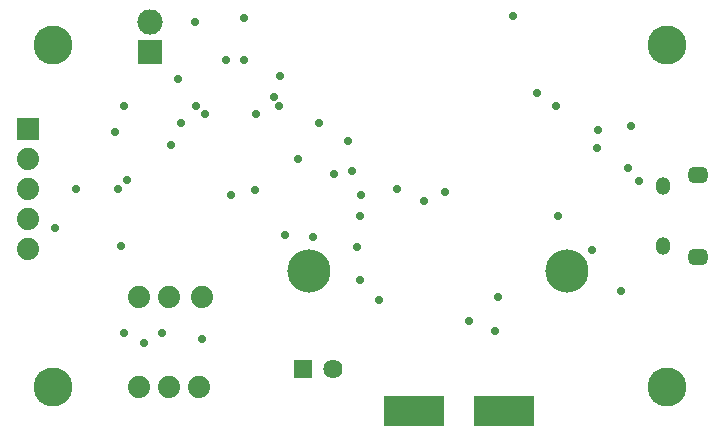
<source format=gbr>
G04 #@! TF.FileFunction,Soldermask,Bot*
%FSLAX46Y46*%
G04 Gerber Fmt 4.6, Leading zero omitted, Abs format (unit mm)*
G04 Created by KiCad (PCBNEW 4.0.1-stable) date 7/8/2016 12:08:03 PM*
%MOMM*%
G01*
G04 APERTURE LIST*
%ADD10C,0.100000*%
%ADD11C,3.657600*%
%ADD12C,3.301600*%
%ADD13R,1.879600X1.879600*%
%ADD14C,1.879600*%
%ADD15O,1.251600X1.501600*%
%ADD16O,1.801600X1.426600*%
%ADD17R,2.133600X2.133600*%
%ADD18O,2.133600X2.133600*%
%ADD19R,5.181600X2.641600*%
%ADD20R,1.625600X1.625600*%
%ADD21C,1.625600*%
%ADD22C,0.701600*%
G04 APERTURE END LIST*
D10*
D11*
X17526000Y-4699000D03*
D12*
X-26000000Y14500000D03*
X26000000Y14500000D03*
X26000000Y-14500000D03*
X-26000000Y-14500000D03*
D13*
X-28067000Y7366000D03*
D14*
X-28067000Y4826000D03*
X-28067000Y2286000D03*
X-28067000Y-254000D03*
X-28067000Y-2794000D03*
X-18669000Y-14478000D03*
X-16129000Y-14478000D03*
X-13589000Y-14478000D03*
X-13335000Y-6858000D03*
X-16129000Y-6858000D03*
X-18669000Y-6858000D03*
D15*
X25695000Y-2500000D03*
X25695000Y2500000D03*
D16*
X28595000Y-3500000D03*
X28595000Y3500000D03*
D17*
X-17780000Y13843000D03*
D18*
X-17780000Y16383000D03*
D11*
X-4318000Y-4699000D03*
D19*
X12192000Y-16510000D03*
X4572000Y-16510000D03*
D20*
X-4826000Y-12954000D03*
D21*
X-2286000Y-12954000D03*
D22*
X19685000Y-2921000D03*
X14986000Y10414000D03*
X20193000Y7239000D03*
X20066000Y5715000D03*
X11684000Y-6858000D03*
X-11303000Y13208000D03*
X-9779000Y13208000D03*
X-20447000Y2286000D03*
X-19685000Y3048000D03*
X3175000Y2286000D03*
X-6731000Y11811000D03*
X11430000Y-9779000D03*
X22098000Y-6350000D03*
X16637000Y9271000D03*
X12954000Y16891000D03*
X22987000Y7620000D03*
X22733000Y4064000D03*
X23622000Y2921000D03*
X16764000Y0D03*
X-6350000Y-1651000D03*
X-13335000Y-10414000D03*
X-9779000Y16764000D03*
X-13970000Y16383000D03*
X-5207000Y4826000D03*
X-24003000Y2286000D03*
X-20701000Y7112000D03*
X-25781000Y-1016000D03*
X-635000Y3810000D03*
X-2159000Y3556000D03*
X-10922000Y1778000D03*
X-20193000Y-2540000D03*
X-254000Y-2667000D03*
X-3937000Y-1778000D03*
X-13843000Y9271000D03*
X-6858000Y9271000D03*
X-15113000Y7874000D03*
X-3429000Y7874000D03*
X-7239000Y10033000D03*
X-16002000Y5969000D03*
X-8890000Y2159000D03*
X-1016000Y6350000D03*
X9271000Y-8890000D03*
X-16764000Y-9906000D03*
X-19939000Y9271000D03*
X-18288000Y-10795000D03*
X-19939000Y-9906000D03*
X-15367000Y11557000D03*
X127000Y1778000D03*
X0Y0D03*
X5461000Y1270000D03*
X7239000Y2032000D03*
X0Y-5461000D03*
X1651000Y-7112000D03*
X-8763000Y8636000D03*
X-13081000Y8636000D03*
M02*

</source>
